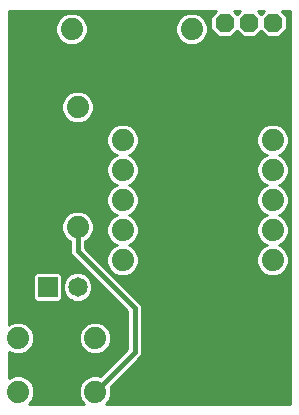
<source format=gbl>
G75*
%MOIN*%
%OFA0B0*%
%FSLAX24Y24*%
%IPPOS*%
%LPD*%
%AMOC8*
5,1,8,0,0,1.08239X$1,22.5*
%
%ADD10C,0.0650*%
%ADD11R,0.0650X0.0650*%
%ADD12C,0.0740*%
%ADD13OC8,0.0630*%
%ADD14C,0.0160*%
%ADD15C,0.0100*%
D10*
X013500Y004867D03*
D11*
X012500Y004867D03*
D12*
X011520Y003157D03*
X011520Y001377D03*
X014080Y001377D03*
X014080Y003157D03*
X015000Y005767D03*
X015000Y006767D03*
X015000Y007767D03*
X015000Y008767D03*
X015000Y009767D03*
X013500Y010867D03*
X013300Y013467D03*
X017300Y013467D03*
X020000Y009767D03*
X020000Y008767D03*
X020000Y007767D03*
X020000Y006767D03*
X020000Y005767D03*
X013500Y006867D03*
D13*
X018400Y013667D03*
X019200Y013667D03*
X020000Y013667D03*
D14*
X013500Y006867D02*
X013500Y006067D01*
X015400Y004167D01*
X015400Y002697D01*
X014080Y001377D01*
D15*
X011210Y001830D02*
X011210Y002703D01*
X011214Y002699D01*
X011413Y002617D01*
X011627Y002617D01*
X011826Y002699D01*
X011978Y002851D01*
X012060Y003049D01*
X012060Y003264D01*
X011978Y003463D01*
X011826Y003614D01*
X011627Y003697D01*
X011413Y003697D01*
X011214Y003614D01*
X011210Y003610D01*
X011210Y014057D01*
X018104Y014057D01*
X017915Y013868D01*
X017915Y013466D01*
X018199Y013182D01*
X018601Y013182D01*
X018800Y013381D01*
X018999Y013182D01*
X019401Y013182D01*
X019600Y013381D01*
X019799Y013182D01*
X020201Y013182D01*
X020485Y013466D01*
X020485Y013868D01*
X020296Y014057D01*
X020590Y014057D01*
X020590Y000977D01*
X014444Y000977D01*
X014538Y001071D01*
X014620Y001269D01*
X014620Y001484D01*
X014597Y001540D01*
X015612Y002555D01*
X015650Y002647D01*
X015650Y004216D01*
X015612Y004308D01*
X015542Y004379D01*
X013750Y006170D01*
X013750Y006386D01*
X013806Y006409D01*
X013958Y006561D01*
X014040Y006759D01*
X014040Y006974D01*
X013958Y007173D01*
X013806Y007324D01*
X013607Y007407D01*
X013393Y007407D01*
X013194Y007324D01*
X013042Y007173D01*
X012960Y006974D01*
X012960Y006759D01*
X013042Y006561D01*
X013194Y006409D01*
X013250Y006386D01*
X013250Y006017D01*
X013288Y005925D01*
X015150Y004063D01*
X015150Y002800D01*
X014243Y001894D01*
X014187Y001917D01*
X013973Y001917D01*
X013774Y001834D01*
X013622Y001683D01*
X013540Y001484D01*
X013540Y001269D01*
X013622Y001071D01*
X013716Y000977D01*
X011884Y000977D01*
X011978Y001071D01*
X012060Y001269D01*
X012060Y001484D01*
X011978Y001683D01*
X011826Y001834D01*
X011627Y001917D01*
X011413Y001917D01*
X011214Y001834D01*
X011210Y001830D01*
X011210Y001853D02*
X011259Y001853D01*
X011210Y001952D02*
X014301Y001952D01*
X014400Y002050D02*
X011210Y002050D01*
X011210Y002149D02*
X014498Y002149D01*
X014597Y002247D02*
X011210Y002247D01*
X011210Y002346D02*
X014695Y002346D01*
X014794Y002444D02*
X011210Y002444D01*
X011210Y002543D02*
X014892Y002543D01*
X014991Y002641D02*
X014247Y002641D01*
X014187Y002617D02*
X014386Y002699D01*
X014538Y002851D01*
X014620Y003049D01*
X014620Y003264D01*
X014538Y003463D01*
X014386Y003614D01*
X014187Y003697D01*
X013973Y003697D01*
X013774Y003614D01*
X013622Y003463D01*
X013540Y003264D01*
X013540Y003049D01*
X013622Y002851D01*
X013774Y002699D01*
X013973Y002617D01*
X014187Y002617D01*
X013913Y002641D02*
X011687Y002641D01*
X011867Y002740D02*
X013733Y002740D01*
X013635Y002838D02*
X011965Y002838D01*
X012013Y002937D02*
X013587Y002937D01*
X013546Y003035D02*
X012054Y003035D01*
X012060Y003134D02*
X013540Y003134D01*
X013540Y003232D02*
X012060Y003232D01*
X012032Y003331D02*
X013568Y003331D01*
X013608Y003429D02*
X011992Y003429D01*
X011913Y003528D02*
X013687Y003528D01*
X013802Y003626D02*
X011798Y003626D01*
X011242Y003626D02*
X011210Y003626D01*
X011210Y003725D02*
X015150Y003725D01*
X015150Y003823D02*
X011210Y003823D01*
X011210Y003922D02*
X015150Y003922D01*
X015150Y004020D02*
X011210Y004020D01*
X011210Y004119D02*
X015094Y004119D01*
X014996Y004217D02*
X011210Y004217D01*
X011210Y004316D02*
X014897Y004316D01*
X014799Y004414D02*
X013701Y004414D01*
X013780Y004447D02*
X013598Y004372D01*
X013402Y004372D01*
X013220Y004447D01*
X013080Y004586D01*
X013005Y004768D01*
X013005Y004965D01*
X013080Y005147D01*
X013220Y005286D01*
X013402Y005362D01*
X013598Y005362D01*
X013780Y005286D01*
X013920Y005147D01*
X013995Y004965D01*
X013995Y004768D01*
X013920Y004586D01*
X013780Y004447D01*
X013846Y004513D02*
X014700Y004513D01*
X014602Y004611D02*
X013930Y004611D01*
X013971Y004710D02*
X014503Y004710D01*
X014405Y004808D02*
X013995Y004808D01*
X013995Y004907D02*
X014306Y004907D01*
X014208Y005005D02*
X013978Y005005D01*
X013938Y005104D02*
X014109Y005104D01*
X014011Y005202D02*
X013865Y005202D01*
X013912Y005301D02*
X013746Y005301D01*
X013814Y005399D02*
X011210Y005399D01*
X011210Y005301D02*
X012044Y005301D01*
X012005Y005262D02*
X012105Y005362D01*
X012895Y005362D01*
X012995Y005262D01*
X012995Y004471D01*
X012895Y004372D01*
X012105Y004372D01*
X012005Y004471D01*
X012005Y005262D01*
X012005Y005202D02*
X011210Y005202D01*
X011210Y005104D02*
X012005Y005104D01*
X012005Y005005D02*
X011210Y005005D01*
X011210Y004907D02*
X012005Y004907D01*
X012005Y004808D02*
X011210Y004808D01*
X011210Y004710D02*
X012005Y004710D01*
X012005Y004611D02*
X011210Y004611D01*
X011210Y004513D02*
X012005Y004513D01*
X012062Y004414D02*
X011210Y004414D01*
X011210Y005498D02*
X013715Y005498D01*
X013617Y005596D02*
X011210Y005596D01*
X011210Y005695D02*
X013518Y005695D01*
X013420Y005793D02*
X011210Y005793D01*
X011210Y005892D02*
X013321Y005892D01*
X013261Y005990D02*
X011210Y005990D01*
X011210Y006089D02*
X013250Y006089D01*
X013250Y006187D02*
X011210Y006187D01*
X011210Y006286D02*
X013250Y006286D01*
X013250Y006384D02*
X011210Y006384D01*
X011210Y006483D02*
X013120Y006483D01*
X013034Y006581D02*
X011210Y006581D01*
X011210Y006680D02*
X012993Y006680D01*
X012960Y006778D02*
X011210Y006778D01*
X011210Y006877D02*
X012960Y006877D01*
X012960Y006975D02*
X011210Y006975D01*
X011210Y007074D02*
X013001Y007074D01*
X013042Y007172D02*
X011210Y007172D01*
X011210Y007271D02*
X013140Y007271D01*
X013302Y007369D02*
X011210Y007369D01*
X011210Y007468D02*
X014539Y007468D01*
X014542Y007461D02*
X014694Y007309D01*
X014796Y007267D01*
X014694Y007224D01*
X014542Y007073D01*
X014460Y006874D01*
X014460Y006659D01*
X014542Y006461D01*
X014694Y006309D01*
X014796Y006267D01*
X014694Y006224D01*
X014542Y006073D01*
X014460Y005874D01*
X014460Y005659D01*
X014542Y005461D01*
X014694Y005309D01*
X014893Y005227D01*
X015107Y005227D01*
X015306Y005309D01*
X015458Y005461D01*
X015540Y005659D01*
X015540Y005874D01*
X015458Y006073D01*
X015306Y006224D01*
X015204Y006267D01*
X015306Y006309D01*
X015458Y006461D01*
X015540Y006659D01*
X015540Y006874D01*
X015458Y007073D01*
X015306Y007224D01*
X015204Y007267D01*
X015306Y007309D01*
X015458Y007461D01*
X015540Y007659D01*
X015540Y007874D01*
X015458Y008073D01*
X015306Y008224D01*
X015204Y008267D01*
X015306Y008309D01*
X015458Y008461D01*
X015540Y008659D01*
X015540Y008874D01*
X015458Y009073D01*
X015306Y009224D01*
X015204Y009267D01*
X015306Y009309D01*
X015458Y009461D01*
X015540Y009659D01*
X015540Y009874D01*
X015458Y010073D01*
X015306Y010224D01*
X015107Y010307D01*
X014893Y010307D01*
X014694Y010224D01*
X014542Y010073D01*
X014460Y009874D01*
X014460Y009659D01*
X014542Y009461D01*
X014694Y009309D01*
X014796Y009267D01*
X014694Y009224D01*
X014542Y009073D01*
X014460Y008874D01*
X014460Y008659D01*
X014542Y008461D01*
X014694Y008309D01*
X014796Y008267D01*
X014694Y008224D01*
X014542Y008073D01*
X014460Y007874D01*
X014460Y007659D01*
X014542Y007461D01*
X014499Y007566D02*
X011210Y007566D01*
X011210Y007665D02*
X014460Y007665D01*
X014460Y007763D02*
X011210Y007763D01*
X011210Y007862D02*
X014460Y007862D01*
X014496Y007960D02*
X011210Y007960D01*
X011210Y008059D02*
X014536Y008059D01*
X014627Y008157D02*
X011210Y008157D01*
X011210Y008256D02*
X014770Y008256D01*
X014649Y008354D02*
X011210Y008354D01*
X011210Y008453D02*
X014550Y008453D01*
X014505Y008551D02*
X011210Y008551D01*
X011210Y008650D02*
X014464Y008650D01*
X014460Y008748D02*
X011210Y008748D01*
X011210Y008847D02*
X014460Y008847D01*
X014489Y008945D02*
X011210Y008945D01*
X011210Y009044D02*
X014530Y009044D01*
X014612Y009142D02*
X011210Y009142D01*
X011210Y009241D02*
X014733Y009241D01*
X014664Y009339D02*
X011210Y009339D01*
X011210Y009438D02*
X014565Y009438D01*
X014511Y009536D02*
X011210Y009536D01*
X011210Y009635D02*
X014470Y009635D01*
X014460Y009733D02*
X011210Y009733D01*
X011210Y009832D02*
X014460Y009832D01*
X014483Y009930D02*
X011210Y009930D01*
X011210Y010029D02*
X014524Y010029D01*
X014597Y010127D02*
X011210Y010127D01*
X011210Y010226D02*
X014697Y010226D01*
X015303Y010226D02*
X019697Y010226D01*
X019694Y010224D02*
X019542Y010073D01*
X019460Y009874D01*
X019460Y009659D01*
X019542Y009461D01*
X019694Y009309D01*
X019796Y009267D01*
X019694Y009224D01*
X019542Y009073D01*
X019460Y008874D01*
X019460Y008659D01*
X019542Y008461D01*
X019694Y008309D01*
X019796Y008267D01*
X019694Y008224D01*
X019542Y008073D01*
X019460Y007874D01*
X019460Y007659D01*
X019542Y007461D01*
X019694Y007309D01*
X019796Y007267D01*
X019694Y007224D01*
X019542Y007073D01*
X019460Y006874D01*
X019460Y006659D01*
X019542Y006461D01*
X019694Y006309D01*
X019796Y006267D01*
X019694Y006224D01*
X019542Y006073D01*
X019460Y005874D01*
X019460Y005659D01*
X019542Y005461D01*
X019694Y005309D01*
X019893Y005227D01*
X020107Y005227D01*
X020306Y005309D01*
X020458Y005461D01*
X020540Y005659D01*
X020540Y005874D01*
X020458Y006073D01*
X020306Y006224D01*
X020204Y006267D01*
X020306Y006309D01*
X020458Y006461D01*
X020540Y006659D01*
X020540Y006874D01*
X020458Y007073D01*
X020306Y007224D01*
X020204Y007267D01*
X020306Y007309D01*
X020458Y007461D01*
X020540Y007659D01*
X020540Y007874D01*
X020458Y008073D01*
X020306Y008224D01*
X020204Y008267D01*
X020306Y008309D01*
X020458Y008461D01*
X020540Y008659D01*
X020540Y008874D01*
X020458Y009073D01*
X020306Y009224D01*
X020204Y009267D01*
X020306Y009309D01*
X020458Y009461D01*
X020540Y009659D01*
X020540Y009874D01*
X020458Y010073D01*
X020306Y010224D01*
X020107Y010307D01*
X019893Y010307D01*
X019694Y010224D01*
X019597Y010127D02*
X015403Y010127D01*
X015476Y010029D02*
X019524Y010029D01*
X019483Y009930D02*
X015517Y009930D01*
X015540Y009832D02*
X019460Y009832D01*
X019460Y009733D02*
X015540Y009733D01*
X015530Y009635D02*
X019470Y009635D01*
X019511Y009536D02*
X015489Y009536D01*
X015435Y009438D02*
X019565Y009438D01*
X019664Y009339D02*
X015336Y009339D01*
X015267Y009241D02*
X019733Y009241D01*
X019612Y009142D02*
X015388Y009142D01*
X015470Y009044D02*
X019530Y009044D01*
X019489Y008945D02*
X015511Y008945D01*
X015540Y008847D02*
X019460Y008847D01*
X019460Y008748D02*
X015540Y008748D01*
X015536Y008650D02*
X019464Y008650D01*
X019505Y008551D02*
X015495Y008551D01*
X015450Y008453D02*
X019550Y008453D01*
X019649Y008354D02*
X015351Y008354D01*
X015230Y008256D02*
X019770Y008256D01*
X019627Y008157D02*
X015373Y008157D01*
X015464Y008059D02*
X019536Y008059D01*
X019496Y007960D02*
X015504Y007960D01*
X015540Y007862D02*
X019460Y007862D01*
X019460Y007763D02*
X015540Y007763D01*
X015540Y007665D02*
X019460Y007665D01*
X019499Y007566D02*
X015501Y007566D01*
X015461Y007468D02*
X019539Y007468D01*
X019634Y007369D02*
X015366Y007369D01*
X015214Y007271D02*
X019786Y007271D01*
X019642Y007172D02*
X015358Y007172D01*
X015457Y007074D02*
X019543Y007074D01*
X019502Y006975D02*
X015498Y006975D01*
X015539Y006877D02*
X019461Y006877D01*
X019460Y006778D02*
X015540Y006778D01*
X015540Y006680D02*
X019460Y006680D01*
X019492Y006581D02*
X015508Y006581D01*
X015467Y006483D02*
X019533Y006483D01*
X019619Y006384D02*
X015381Y006384D01*
X015250Y006286D02*
X019750Y006286D01*
X019657Y006187D02*
X015343Y006187D01*
X015442Y006089D02*
X019558Y006089D01*
X019508Y005990D02*
X015492Y005990D01*
X015533Y005892D02*
X019467Y005892D01*
X019460Y005793D02*
X015540Y005793D01*
X015540Y005695D02*
X019460Y005695D01*
X019486Y005596D02*
X015514Y005596D01*
X015473Y005498D02*
X019527Y005498D01*
X019604Y005399D02*
X015396Y005399D01*
X015286Y005301D02*
X019714Y005301D01*
X020286Y005301D02*
X020590Y005301D01*
X020590Y005399D02*
X020396Y005399D01*
X020473Y005498D02*
X020590Y005498D01*
X020590Y005596D02*
X020514Y005596D01*
X020540Y005695D02*
X020590Y005695D01*
X020590Y005793D02*
X020540Y005793D01*
X020533Y005892D02*
X020590Y005892D01*
X020590Y005990D02*
X020492Y005990D01*
X020442Y006089D02*
X020590Y006089D01*
X020590Y006187D02*
X020343Y006187D01*
X020250Y006286D02*
X020590Y006286D01*
X020590Y006384D02*
X020381Y006384D01*
X020467Y006483D02*
X020590Y006483D01*
X020590Y006581D02*
X020508Y006581D01*
X020540Y006680D02*
X020590Y006680D01*
X020590Y006778D02*
X020540Y006778D01*
X020539Y006877D02*
X020590Y006877D01*
X020590Y006975D02*
X020498Y006975D01*
X020457Y007074D02*
X020590Y007074D01*
X020590Y007172D02*
X020358Y007172D01*
X020214Y007271D02*
X020590Y007271D01*
X020590Y007369D02*
X020366Y007369D01*
X020461Y007468D02*
X020590Y007468D01*
X020590Y007566D02*
X020501Y007566D01*
X020540Y007665D02*
X020590Y007665D01*
X020590Y007763D02*
X020540Y007763D01*
X020540Y007862D02*
X020590Y007862D01*
X020590Y007960D02*
X020504Y007960D01*
X020464Y008059D02*
X020590Y008059D01*
X020590Y008157D02*
X020373Y008157D01*
X020230Y008256D02*
X020590Y008256D01*
X020590Y008354D02*
X020351Y008354D01*
X020450Y008453D02*
X020590Y008453D01*
X020590Y008551D02*
X020495Y008551D01*
X020536Y008650D02*
X020590Y008650D01*
X020590Y008748D02*
X020540Y008748D01*
X020540Y008847D02*
X020590Y008847D01*
X020590Y008945D02*
X020511Y008945D01*
X020470Y009044D02*
X020590Y009044D01*
X020590Y009142D02*
X020388Y009142D01*
X020267Y009241D02*
X020590Y009241D01*
X020590Y009339D02*
X020336Y009339D01*
X020435Y009438D02*
X020590Y009438D01*
X020590Y009536D02*
X020489Y009536D01*
X020530Y009635D02*
X020590Y009635D01*
X020590Y009733D02*
X020540Y009733D01*
X020540Y009832D02*
X020590Y009832D01*
X020590Y009930D02*
X020517Y009930D01*
X020476Y010029D02*
X020590Y010029D01*
X020590Y010127D02*
X020403Y010127D01*
X020303Y010226D02*
X020590Y010226D01*
X020590Y010324D02*
X011210Y010324D01*
X011210Y010423D02*
X013180Y010423D01*
X013194Y010409D02*
X013393Y010327D01*
X013607Y010327D01*
X013806Y010409D01*
X013958Y010561D01*
X014040Y010759D01*
X014040Y010974D01*
X013958Y011173D01*
X013806Y011324D01*
X013607Y011407D01*
X013393Y011407D01*
X013194Y011324D01*
X013042Y011173D01*
X012960Y010974D01*
X012960Y010759D01*
X013042Y010561D01*
X013194Y010409D01*
X013082Y010521D02*
X011210Y010521D01*
X011210Y010620D02*
X013018Y010620D01*
X012977Y010718D02*
X011210Y010718D01*
X011210Y010817D02*
X012960Y010817D01*
X012960Y010915D02*
X011210Y010915D01*
X011210Y011014D02*
X012976Y011014D01*
X013017Y011112D02*
X011210Y011112D01*
X011210Y011211D02*
X013080Y011211D01*
X013179Y011309D02*
X011210Y011309D01*
X011210Y011408D02*
X020590Y011408D01*
X020590Y011506D02*
X011210Y011506D01*
X011210Y011605D02*
X020590Y011605D01*
X020590Y011703D02*
X011210Y011703D01*
X011210Y011802D02*
X020590Y011802D01*
X020590Y011900D02*
X011210Y011900D01*
X011210Y011999D02*
X020590Y011999D01*
X020590Y012097D02*
X011210Y012097D01*
X011210Y012196D02*
X020590Y012196D01*
X020590Y012294D02*
X011210Y012294D01*
X011210Y012393D02*
X020590Y012393D01*
X020590Y012491D02*
X011210Y012491D01*
X011210Y012590D02*
X020590Y012590D01*
X020590Y012688D02*
X011210Y012688D01*
X011210Y012787D02*
X020590Y012787D01*
X020590Y012885D02*
X011210Y012885D01*
X011210Y012984D02*
X013055Y012984D01*
X012994Y013009D02*
X013193Y012927D01*
X013407Y012927D01*
X013606Y013009D01*
X013758Y013161D01*
X013840Y013359D01*
X013840Y013574D01*
X013758Y013773D01*
X013606Y013924D01*
X013407Y014007D01*
X013193Y014007D01*
X012994Y013924D01*
X012842Y013773D01*
X012760Y013574D01*
X012760Y013359D01*
X012842Y013161D01*
X012994Y013009D01*
X012921Y013082D02*
X011210Y013082D01*
X011210Y013181D02*
X012834Y013181D01*
X012793Y013279D02*
X011210Y013279D01*
X011210Y013378D02*
X012760Y013378D01*
X012760Y013476D02*
X011210Y013476D01*
X011210Y013575D02*
X012760Y013575D01*
X012801Y013673D02*
X011210Y013673D01*
X011210Y013772D02*
X012842Y013772D01*
X012940Y013870D02*
X011210Y013870D01*
X011210Y013969D02*
X013101Y013969D01*
X013499Y013969D02*
X017101Y013969D01*
X017193Y014007D02*
X016994Y013924D01*
X016842Y013773D01*
X016760Y013574D01*
X016760Y013359D01*
X016842Y013161D01*
X016994Y013009D01*
X017193Y012927D01*
X017407Y012927D01*
X017606Y013009D01*
X017758Y013161D01*
X017840Y013359D01*
X017840Y013574D01*
X017758Y013773D01*
X017606Y013924D01*
X017407Y014007D01*
X017193Y014007D01*
X016940Y013870D02*
X013660Y013870D01*
X013758Y013772D02*
X016842Y013772D01*
X016801Y013673D02*
X013799Y013673D01*
X013840Y013575D02*
X016760Y013575D01*
X016760Y013476D02*
X013840Y013476D01*
X013840Y013378D02*
X016760Y013378D01*
X016793Y013279D02*
X013807Y013279D01*
X013766Y013181D02*
X016834Y013181D01*
X016921Y013082D02*
X013679Y013082D01*
X013545Y012984D02*
X017055Y012984D01*
X017545Y012984D02*
X020590Y012984D01*
X020590Y013082D02*
X017679Y013082D01*
X017766Y013181D02*
X020590Y013181D01*
X020590Y013279D02*
X020298Y013279D01*
X020397Y013378D02*
X020590Y013378D01*
X020590Y013476D02*
X020485Y013476D01*
X020485Y013575D02*
X020590Y013575D01*
X020590Y013673D02*
X020485Y013673D01*
X020485Y013772D02*
X020590Y013772D01*
X020590Y013870D02*
X020482Y013870D01*
X020384Y013969D02*
X020590Y013969D01*
X019704Y014057D02*
X019600Y013953D01*
X019496Y014057D01*
X019704Y014057D01*
X019616Y013969D02*
X019584Y013969D01*
X018904Y014057D02*
X018696Y014057D01*
X018800Y013953D01*
X018904Y014057D01*
X018816Y013969D02*
X018784Y013969D01*
X018797Y013378D02*
X018803Y013378D01*
X018902Y013279D02*
X018698Y013279D01*
X018102Y013279D02*
X017807Y013279D01*
X017840Y013378D02*
X018003Y013378D01*
X017915Y013476D02*
X017840Y013476D01*
X017840Y013575D02*
X017915Y013575D01*
X017915Y013673D02*
X017799Y013673D01*
X017758Y013772D02*
X017915Y013772D01*
X017918Y013870D02*
X017660Y013870D01*
X017499Y013969D02*
X018016Y013969D01*
X019498Y013279D02*
X019702Y013279D01*
X019603Y013378D02*
X019597Y013378D01*
X020590Y011309D02*
X013821Y011309D01*
X013920Y011211D02*
X020590Y011211D01*
X020590Y011112D02*
X013983Y011112D01*
X014024Y011014D02*
X020590Y011014D01*
X020590Y010915D02*
X014040Y010915D01*
X014040Y010817D02*
X020590Y010817D01*
X020590Y010718D02*
X014023Y010718D01*
X013982Y010620D02*
X020590Y010620D01*
X020590Y010521D02*
X013918Y010521D01*
X013820Y010423D02*
X020590Y010423D01*
X014786Y007271D02*
X013860Y007271D01*
X013958Y007172D02*
X014642Y007172D01*
X014543Y007074D02*
X013999Y007074D01*
X014040Y006975D02*
X014502Y006975D01*
X014461Y006877D02*
X014040Y006877D01*
X014040Y006778D02*
X014460Y006778D01*
X014460Y006680D02*
X014007Y006680D01*
X013966Y006581D02*
X014492Y006581D01*
X014533Y006483D02*
X013880Y006483D01*
X013750Y006384D02*
X014619Y006384D01*
X014750Y006286D02*
X013750Y006286D01*
X013750Y006187D02*
X014657Y006187D01*
X014558Y006089D02*
X013832Y006089D01*
X013930Y005990D02*
X014508Y005990D01*
X014467Y005892D02*
X014029Y005892D01*
X014127Y005793D02*
X014460Y005793D01*
X014460Y005695D02*
X014226Y005695D01*
X014324Y005596D02*
X014486Y005596D01*
X014527Y005498D02*
X014423Y005498D01*
X014521Y005399D02*
X014604Y005399D01*
X014620Y005301D02*
X014714Y005301D01*
X014718Y005202D02*
X020590Y005202D01*
X020590Y005104D02*
X014817Y005104D01*
X014915Y005005D02*
X020590Y005005D01*
X020590Y004907D02*
X015014Y004907D01*
X015112Y004808D02*
X020590Y004808D01*
X020590Y004710D02*
X015211Y004710D01*
X015309Y004611D02*
X020590Y004611D01*
X020590Y004513D02*
X015408Y004513D01*
X015506Y004414D02*
X020590Y004414D01*
X020590Y004316D02*
X015605Y004316D01*
X015650Y004217D02*
X020590Y004217D01*
X020590Y004119D02*
X015650Y004119D01*
X015650Y004020D02*
X020590Y004020D01*
X020590Y003922D02*
X015650Y003922D01*
X015650Y003823D02*
X020590Y003823D01*
X020590Y003725D02*
X015650Y003725D01*
X015650Y003626D02*
X020590Y003626D01*
X020590Y003528D02*
X015650Y003528D01*
X015650Y003429D02*
X020590Y003429D01*
X020590Y003331D02*
X015650Y003331D01*
X015650Y003232D02*
X020590Y003232D01*
X020590Y003134D02*
X015650Y003134D01*
X015650Y003035D02*
X020590Y003035D01*
X020590Y002937D02*
X015650Y002937D01*
X015650Y002838D02*
X020590Y002838D01*
X020590Y002740D02*
X015650Y002740D01*
X015648Y002641D02*
X020590Y002641D01*
X020590Y002543D02*
X015600Y002543D01*
X015501Y002444D02*
X020590Y002444D01*
X020590Y002346D02*
X015403Y002346D01*
X015304Y002247D02*
X020590Y002247D01*
X020590Y002149D02*
X015206Y002149D01*
X015107Y002050D02*
X020590Y002050D01*
X020590Y001952D02*
X015009Y001952D01*
X014910Y001853D02*
X020590Y001853D01*
X020590Y001755D02*
X014812Y001755D01*
X014713Y001656D02*
X020590Y001656D01*
X020590Y001558D02*
X014615Y001558D01*
X014620Y001459D02*
X020590Y001459D01*
X020590Y001361D02*
X014620Y001361D01*
X014617Y001262D02*
X020590Y001262D01*
X020590Y001164D02*
X014576Y001164D01*
X014532Y001065D02*
X020590Y001065D01*
X015150Y002838D02*
X014525Y002838D01*
X014573Y002937D02*
X015150Y002937D01*
X015150Y003035D02*
X014614Y003035D01*
X014620Y003134D02*
X015150Y003134D01*
X015150Y003232D02*
X014620Y003232D01*
X014592Y003331D02*
X015150Y003331D01*
X015150Y003429D02*
X014552Y003429D01*
X014473Y003528D02*
X015150Y003528D01*
X015150Y003626D02*
X014358Y003626D01*
X013299Y004414D02*
X012938Y004414D01*
X012995Y004513D02*
X013154Y004513D01*
X013070Y004611D02*
X012995Y004611D01*
X012995Y004710D02*
X013029Y004710D01*
X013005Y004808D02*
X012995Y004808D01*
X012995Y004907D02*
X013005Y004907D01*
X012995Y005005D02*
X013022Y005005D01*
X012995Y005104D02*
X013062Y005104D01*
X012995Y005202D02*
X013135Y005202D01*
X013254Y005301D02*
X012956Y005301D01*
X013698Y007369D02*
X014634Y007369D01*
X014427Y002740D02*
X015089Y002740D01*
X013819Y001853D02*
X011781Y001853D01*
X011906Y001755D02*
X013694Y001755D01*
X013611Y001656D02*
X011989Y001656D01*
X012030Y001558D02*
X013570Y001558D01*
X013540Y001459D02*
X012060Y001459D01*
X012060Y001361D02*
X013540Y001361D01*
X013543Y001262D02*
X012057Y001262D01*
X012016Y001164D02*
X013584Y001164D01*
X013628Y001065D02*
X011972Y001065D01*
X011353Y002641D02*
X011210Y002641D01*
M02*

</source>
